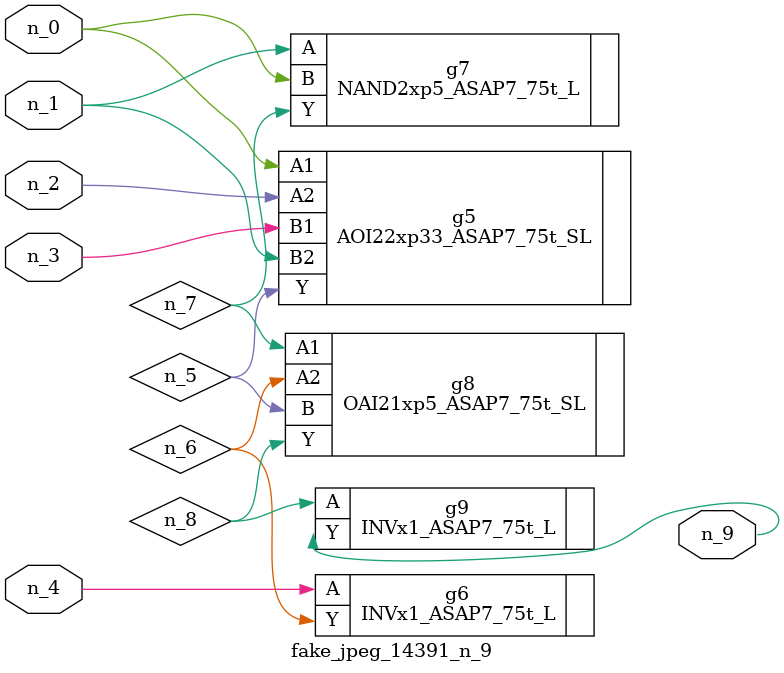
<source format=v>
module fake_jpeg_14391_n_9 (n_3, n_2, n_1, n_0, n_4, n_9);

input n_3;
input n_2;
input n_1;
input n_0;
input n_4;

output n_9;

wire n_8;
wire n_6;
wire n_5;
wire n_7;

AOI22xp33_ASAP7_75t_SL g5 ( 
.A1(n_0),
.A2(n_2),
.B1(n_3),
.B2(n_1),
.Y(n_5)
);

INVx1_ASAP7_75t_L g6 ( 
.A(n_4),
.Y(n_6)
);

NAND2xp5_ASAP7_75t_L g7 ( 
.A(n_1),
.B(n_0),
.Y(n_7)
);

OAI21xp5_ASAP7_75t_SL g8 ( 
.A1(n_7),
.A2(n_6),
.B(n_5),
.Y(n_8)
);

INVx1_ASAP7_75t_L g9 ( 
.A(n_8),
.Y(n_9)
);


endmodule
</source>
